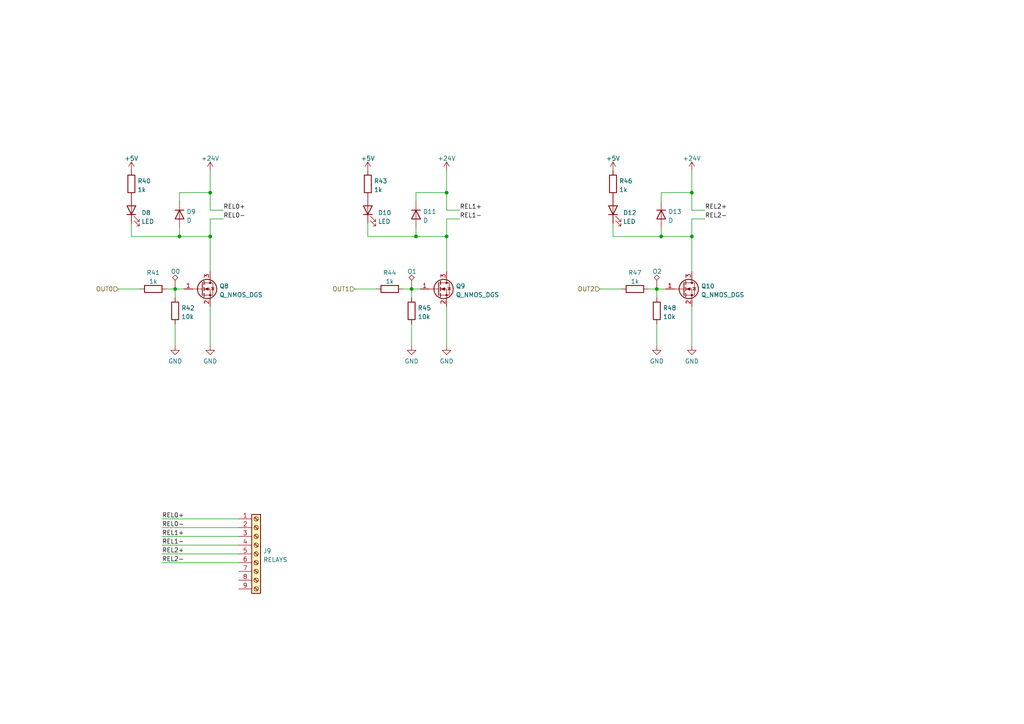
<source format=kicad_sch>
(kicad_sch (version 20211123) (generator eeschema)
  (paper "A4")
  (title_block (title "FloatPUMP Schematics") (date "2022-11-11") (rev "1.0") (company "robtor.de") (comment 1 "Controller board for up to 3 water pumps") (comment 2 "measuring capabilities with piezoresistive pressure sensors") (comment 3 "sensor input Range 4mA-20mA"))
  (lib_symbols
    (symbol "Connector:Screw_Terminal_01x09" (pin_names (offset 1.016) hide)
      (property "Reference" "J" (at 0 12.7 0))
      (property "Value" "Screw_Terminal_01x09" (at 0 -12.7 0))
      (symbol "Screw_Terminal_01x09_1_1"
        (rectangle (start -1.27 11.43) (end 1.27 -11.43) (stroke (width 0.254)) (fill (type background)))
        (circle (center 0 -10.16) (radius 0.635) (stroke (width 0.1524)))
        (circle (center 0 -7.62) (radius 0.635) (stroke (width 0.1524)))
        (circle (center 0 -5.08) (radius 0.635) (stroke (width 0.1524)))
        (circle (center 0 -2.54) (radius 0.635) (stroke (width 0.1524)))
        (polyline (pts (xy -0.5334 -9.8298) (xy 0.3302 -10.668)) (stroke (width 0.1524)))
        (polyline (pts (xy -0.5334 -7.2898) (xy 0.3302 -8.128)) (stroke (width 0.1524)))
        (polyline (pts (xy -0.5334 -4.7498) (xy 0.3302 -5.588)) (stroke (width 0.1524)))
        (polyline (pts (xy -0.5334 -2.2098) (xy 0.3302 -3.048)) (stroke (width 0.1524)))
        (polyline (pts (xy -0.5334 0.3302) (xy 0.3302 -0.508)) (stroke (width 0.1524)))
        (polyline (pts (xy -0.5334 2.8702) (xy 0.3302 2.032)) (stroke (width 0.1524)))
        (polyline (pts (xy -0.5334 5.4102) (xy 0.3302 4.572)) (stroke (width 0.1524)))
        (polyline (pts (xy -0.5334 7.9502) (xy 0.3302 7.112)) (stroke (width 0.1524)))
        (polyline (pts (xy -0.5334 10.4902) (xy 0.3302 9.652)) (stroke (width 0.1524)))
        (polyline (pts (xy -0.3556 -9.652) (xy 0.508 -10.4902)) (stroke (width 0.1524)))
        (polyline (pts (xy -0.3556 -7.112) (xy 0.508 -7.9502)) (stroke (width 0.1524)))
        (polyline (pts (xy -0.3556 -4.572) (xy 0.508 -5.4102)) (stroke (width 0.1524)))
        (polyline (pts (xy -0.3556 -2.032) (xy 0.508 -2.8702)) (stroke (width 0.1524)))
        (polyline (pts (xy -0.3556 0.508) (xy 0.508 -0.3302)) (stroke (width 0.1524)))
        (polyline (pts (xy -0.3556 3.048) (xy 0.508 2.2098)) (stroke (width 0.1524)))
        (polyline (pts (xy -0.3556 5.588) (xy 0.508 4.7498)) (stroke (width 0.1524)))
        (polyline (pts (xy -0.3556 8.128) (xy 0.508 7.2898)) (stroke (width 0.1524)))
        (polyline (pts (xy -0.3556 10.668) (xy 0.508 9.8298)) (stroke (width 0.1524)))
        (circle (center 0 0) (radius 0.635) (stroke (width 0.1524)))
        (circle (center 0 2.54) (radius 0.635) (stroke (width 0.1524)))
        (circle (center 0 5.08) (radius 0.635) (stroke (width 0.1524)))
        (circle (center 0 7.62) (radius 0.635) (stroke (width 0.1524)))
        (circle (center 0 10.16) (radius 0.635) (stroke (width 0.1524)))
        (pin passive line (at -5.08 10.16 0) (length 3.81) (name "Pin_1") (number "1"))
        (pin passive line (at -5.08 7.62 0) (length 3.81) (name "Pin_2") (number "2"))
        (pin passive line (at -5.08 5.08 0) (length 3.81) (name "Pin_3") (number "3"))
        (pin passive line (at -5.08 2.54 0) (length 3.81) (name "Pin_4") (number "4"))
        (pin passive line (at -5.08 0 0) (length 3.81) (name "Pin_5") (number "5"))
        (pin passive line (at -5.08 -2.54 0) (length 3.81) (name "Pin_6") (number "6"))
        (pin passive line (at -5.08 -5.08 0) (length 3.81) (name "Pin_7") (number "7"))
        (pin passive line (at -5.08 -7.62 0) (length 3.81) (name "Pin_8") (number "8"))
        (pin passive line (at -5.08 -10.16 0) (length 3.81) (name "Pin_9") (number "9"))
      )
    )
    (symbol "Connector:TestPoint_Alt" (pin_numbers hide) (pin_names (offset 0.762) hide)
      (property "Reference" "TP" (at 0 6.858 0))
      (property "Value" "TestPoint_Alt" (at 0 5.08 0))
      (symbol "TestPoint_Alt_0_1"
        (polyline (pts (xy 0 2.54) (xy -0.762 3.302) (xy 0 4.064) (xy 0.762 3.302) (xy 0 2.54)))
      )
      (symbol "TestPoint_Alt_1_1"
        (pin passive line (at 0 0 90) (length 2.54) (name "1") (number "1"))
      )
    )
    (symbol "Device:D" (pin_numbers hide) (pin_names (offset 1.016) hide)
      (property "Reference" "D" (at 0 2.54 0))
      (property "Value" "D" (at 0 -2.54 0))
      (symbol "D_0_1"
        (polyline (pts (xy -1.27 1.27) (xy -1.27 -1.27)) (stroke (width 0.254)))
        (polyline (pts (xy 1.27 0) (xy -1.27 0)))
        (polyline (pts (xy 1.27 1.27) (xy 1.27 -1.27) (xy -1.27 0) (xy 1.27 1.27)) (stroke (width 0.254)))
      )
      (symbol "D_1_1"
        (pin passive line (at -3.81 0 0) (length 2.54) (name "K") (number "1"))
        (pin passive line (at 3.81 0 180) (length 2.54) (name "A") (number "2"))
      )
    )
    (symbol "Device:LED" (pin_numbers hide) (pin_names (offset 1.016) hide)
      (property "Reference" "D" (at 0 2.54 0))
      (property "Value" "LED" (at 0 -2.54 0))
      (symbol "LED_0_1"
        (polyline (pts (xy -1.27 -1.27) (xy -1.27 1.27)) (stroke (width 0.254)))
        (polyline (pts (xy -1.27 0) (xy 1.27 0)))
        (polyline (pts (xy 1.27 -1.27) (xy 1.27 1.27) (xy -1.27 0) (xy 1.27 -1.27)) (stroke (width 0.254)))
        (polyline (pts (xy -3.048 -0.762) (xy -4.572 -2.286) (xy -3.81 -2.286) (xy -4.572 -2.286) (xy -4.572 -1.524)))
        (polyline (pts (xy -1.778 -0.762) (xy -3.302 -2.286) (xy -2.54 -2.286) (xy -3.302 -2.286) (xy -3.302 -1.524)))
      )
      (symbol "LED_1_1"
        (pin passive line (at -3.81 0 0) (length 2.54) (name "K") (number "1"))
        (pin passive line (at 3.81 0 180) (length 2.54) (name "A") (number "2"))
      )
    )
    (symbol "Device:Q_NMOS_GSD" (pin_names (offset 0) hide)
      (property "Reference" "Q" (at 5.08 1.27 0))
      (property "Value" "Q_NMOS_GSD" (at 5.08 -1.27 0))
      (symbol "Q_NMOS_GSD_0_1"
        (polyline (pts (xy 0.254 0) (xy -2.54 0)))
        (polyline (pts (xy 0.254 1.905) (xy 0.254 -1.905)) (stroke (width 0.254)))
        (polyline (pts (xy 0.762 -1.27) (xy 0.762 -2.286)) (stroke (width 0.254)))
        (polyline (pts (xy 0.762 0.508) (xy 0.762 -0.508)) (stroke (width 0.254)))
        (polyline (pts (xy 0.762 2.286) (xy 0.762 1.27)) (stroke (width 0.254)))
        (polyline (pts (xy 2.54 2.54) (xy 2.54 1.778)))
        (polyline (pts (xy 2.54 -2.54) (xy 2.54 0) (xy 0.762 0)))
        (polyline (pts (xy 0.762 -1.778) (xy 3.302 -1.778) (xy 3.302 1.778) (xy 0.762 1.778)))
        (polyline (pts (xy 1.016 0) (xy 2.032 0.381) (xy 2.032 -0.381) (xy 1.016 0)) (fill (type outline)))
        (polyline (pts (xy 2.794 0.508) (xy 2.921 0.381) (xy 3.683 0.381) (xy 3.81 0.254)))
        (polyline (pts (xy 3.302 0.381) (xy 2.921 -0.254) (xy 3.683 -0.254) (xy 3.302 0.381)))
        (circle (center 1.651 0) (radius 2.794) (stroke (width 0.254)))
        (circle (center 2.54 -1.778) (radius 0.254) (fill (type outline)))
        (circle (center 2.54 1.778) (radius 0.254) (fill (type outline)))
      )
      (symbol "Q_NMOS_GSD_1_1"
        (pin input line (at -5.08 0 0) (length 2.54) (name "G") (number "1"))
        (pin passive line (at 2.54 -5.08 90) (length 2.54) (name "S") (number "2"))
        (pin passive line (at 2.54 5.08 270) (length 2.54) (name "D") (number "3"))
      )
    )
    (symbol "Device:R" (pin_numbers hide) (pin_names (offset 0))
      (property "Reference" "R" (at 2.032 0 90))
      (property "Value" "R" (at 0 0 90))
      (symbol "R_0_1"
        (rectangle (start -1.016 -2.54) (end 1.016 2.54) (stroke (width 0.254)))
      )
      (symbol "R_1_1"
        (pin passive line (at 0 3.81 270) (length 1.27) (name "~") (number "1"))
        (pin passive line (at 0 -3.81 90) (length 1.27) (name "~") (number "2"))
      )
    )
    (symbol "power:+24V" (power) (pin_names (offset 0))
      (property "Value" "+24V" (at 0 3.556 0))
      (symbol "+24V_0_1"
        (polyline (pts (xy -0.762 1.27) (xy 0 2.54)))
        (polyline (pts (xy 0 0) (xy 0 2.54)))
        (polyline (pts (xy 0 2.54) (xy 0.762 1.27)))
      )
      (symbol "+24V_1_1"
        (pin power_in line (at 0 0 90) (length 0) hide (name "+24V") (number "1"))
      )
    )
    (symbol "power:+5V" (power) (pin_names (offset 0))
      (property "Value" "+5V" (at 0 3.556 0))
      (symbol "+5V_0_1"
        (polyline (pts (xy -0.762 1.27) (xy 0 2.54)))
        (polyline (pts (xy 0 0) (xy 0 2.54)))
        (polyline (pts (xy 0 2.54) (xy 0.762 1.27)))
      )
      (symbol "+5V_1_1"
        (pin power_in line (at 0 0 90) (length 0) hide (name "+5V") (number "1"))
      )
    )
    (symbol "power:GND" (power) (pin_names (offset 0))
      (property "Value" "GND" (at 0 -3.81 0))
      (symbol "GND_0_1"
        (polyline (pts (xy 0 0) (xy 0 -1.27) (xy 1.27 -1.27) (xy 0 -2.54) (xy -1.27 -1.27) (xy 0 -1.27)))
      )
      (symbol "GND_1_1"
        (pin power_in line (at 0 0 270) (length 0) hide (name "GND") (number "1"))
      )
    )
  )
  (junction (at 52.07 68.58))
  (junction (at 120.65 68.58))
  (junction (at 60.96 68.58))
  (junction (at 129.54 68.58))
  (junction (at 119.38 83.82))
  (junction (at 50.8 83.82))
  (junction (at 60.96 55.88))
  (junction (at 191.77 68.58))
  (junction (at 129.54 55.88))
  (junction (at 190.5 83.82))
  (junction (at 200.66 68.58))
  (junction (at 200.66 55.88))
  (wire (pts (xy 191.77 58.42) (xy 191.77 55.88)))
  (wire (pts (xy 60.96 68.58) (xy 60.96 78.74)))
  (wire (pts (xy 173.99 83.82) (xy 180.34 83.82)))
  (wire (pts (xy 190.5 83.82) (xy 193.04 83.82)))
  (wire (pts (xy 50.8 83.82) (xy 50.8 86.36)))
  (wire (pts (xy 200.66 88.9) (xy 200.66 100.33)))
  (wire (pts (xy 200.66 68.58) (xy 200.66 78.74)))
  (wire (pts (xy 129.54 49.53) (xy 129.54 55.88)))
  (wire (pts (xy 102.87 83.82) (xy 109.22 83.82)))
  (wire (pts (xy 60.96 55.88) (xy 60.96 60.96)))
  (wire (pts (xy 191.77 68.58) (xy 200.66 68.58)))
  (wire (pts (xy 52.07 68.58) (xy 38.1 68.58)))
  (wire (pts (xy 187.96 83.82) (xy 190.5 83.82)))
  (wire (pts (xy 190.5 83.82) (xy 190.5 86.36)))
  (wire (pts (xy 120.65 55.88) (xy 129.54 55.88)))
  (wire (pts (xy 46.99 160.655) (xy 69.215 160.655)))
  (wire (pts (xy 120.65 68.58) (xy 129.54 68.58)))
  (wire (pts (xy 200.66 55.88) (xy 200.66 60.96)))
  (wire (pts (xy 191.77 55.88) (xy 200.66 55.88)))
  (wire (pts (xy 177.8 64.77) (xy 177.8 68.58)))
  (wire (pts (xy 129.54 60.96) (xy 133.35 60.96)))
  (wire (pts (xy 50.8 83.82) (xy 53.34 83.82)))
  (wire (pts (xy 116.84 83.82) (xy 119.38 83.82)))
  (wire (pts (xy 50.8 93.98) (xy 50.8 100.33)))
  (wire (pts (xy 133.35 63.5) (xy 129.54 63.5)))
  (wire (pts (xy 46.99 158.115) (xy 69.215 158.115)))
  (wire (pts (xy 60.96 88.9) (xy 60.96 100.33)))
  (wire (pts (xy 106.68 64.77) (xy 106.68 68.58)))
  (wire (pts (xy 52.07 55.88) (xy 60.96 55.88)))
  (wire (pts (xy 46.99 155.575) (xy 69.215 155.575)))
  (wire (pts (xy 60.96 63.5) (xy 60.96 68.58)))
  (wire (pts (xy 34.29 83.82) (xy 40.64 83.82)))
  (wire (pts (xy 119.38 93.98) (xy 119.38 100.33)))
  (wire (pts (xy 52.07 66.04) (xy 52.07 68.58)))
  (wire (pts (xy 119.38 83.82) (xy 121.92 83.82)))
  (wire (pts (xy 120.65 66.04) (xy 120.65 68.58)))
  (wire (pts (xy 52.07 58.42) (xy 52.07 55.88)))
  (wire (pts (xy 191.77 68.58) (xy 177.8 68.58)))
  (wire (pts (xy 46.99 163.195) (xy 69.215 163.195)))
  (wire (pts (xy 129.54 88.9) (xy 129.54 100.33)))
  (wire (pts (xy 46.99 153.035) (xy 69.215 153.035)))
  (wire (pts (xy 52.07 68.58) (xy 60.96 68.58)))
  (wire (pts (xy 60.96 60.96) (xy 64.77 60.96)))
  (wire (pts (xy 64.77 63.5) (xy 60.96 63.5)))
  (wire (pts (xy 190.5 93.98) (xy 190.5 100.33)))
  (wire (pts (xy 120.65 58.42) (xy 120.65 55.88)))
  (wire (pts (xy 46.99 150.495) (xy 69.215 150.495)))
  (wire (pts (xy 119.38 83.82) (xy 119.38 86.36)))
  (wire (pts (xy 204.47 63.5) (xy 200.66 63.5)))
  (wire (pts (xy 129.54 68.58) (xy 129.54 78.74)))
  (wire (pts (xy 129.54 63.5) (xy 129.54 68.58)))
  (wire (pts (xy 200.66 49.53) (xy 200.66 55.88)))
  (wire (pts (xy 120.65 68.58) (xy 106.68 68.58)))
  (wire (pts (xy 129.54 55.88) (xy 129.54 60.96)))
  (wire (pts (xy 200.66 63.5) (xy 200.66 68.58)))
  (wire (pts (xy 38.1 64.77) (xy 38.1 68.58)))
  (wire (pts (xy 191.77 66.04) (xy 191.77 68.58)))
  (wire (pts (xy 48.26 83.82) (xy 50.8 83.82)))
  (wire (pts (xy 200.66 60.96) (xy 204.47 60.96)))
  (wire (pts (xy 60.96 49.53) (xy 60.96 55.88)))
  (label "REL1+" (at 46.99 155.575 0))
  (label "REL0+" (at 64.77 60.96 0))
  (label "REL2+" (at 204.47 60.96 0))
  (label "REL1-" (at 133.35 63.5 0))
  (label "REL2-" (at 204.47 63.5 0))
  (label "REL2-" (at 46.99 163.195 0))
  (label "REL1-" (at 46.99 158.115 0))
  (label "REL0-" (at 46.99 153.035 0))
  (label "REL0+" (at 46.99 150.495 0))
  (label "REL0-" (at 64.77 63.5 0))
  (label "REL1+" (at 133.35 60.96 0))
  (label "REL2+" (at 46.99 160.655 0))
  (hierarchical_label "OUT1" (shape input) (at 102.87 83.82 180))
  (hierarchical_label "OUT2" (shape input) (at 173.99 83.82 180))
  (hierarchical_label "OUT0" (shape input) (at 34.29 83.82 180))
  (symbol (lib_id "power:+24V") (at 129.54 49.53 0) (unit 1)
    (property "Reference" "#PWR064" (effects hide))
    (property "Value" "+24V" (at 129.54 45.9542 0))
  )
  (symbol (lib_id "power:GND") (at 200.66 100.33 0) (unit 1)
    (property "Reference" "#PWR069" (effects hide))
    (property "Value" "GND" (at 200.66 104.7734 0))
  )
  (symbol (lib_id "power:GND") (at 119.38 100.33 0) (unit 1)
    (property "Reference" "#PWR063" (effects hide))
    (property "Value" "GND" (at 119.38 104.7734 0))
  )
  (symbol (lib_id "Connector:TestPoint_Alt") (at 119.38 83.82 0) (unit 1)
    (property "Reference" "TP17" (effects hide))
    (property "Value" "O1" (at 118.11 78.74 0) (effects (justify left)))
    (property "Footprint" "TestPoint:TestPoint_Pad_D1.0mm" (effects hide))
  )
  (symbol (lib_id "power:+5V") (at 177.8 49.53 0) (unit 1)
    (property "Reference" "#PWR066" (effects hide))
    (property "Value" "+5V" (at 177.8 45.9542 0))
  )
  (symbol (lib_id "Device:R") (at 113.03 83.82 90) (unit 1)
    (property "Reference" "R44" (at 113.03 79.1042 90))
    (property "Value" "1k" (at 113.03 81.6411 90))
    (property "Footprint" "Resistor_SMD:R_0603_1608Metric" (effects hide))
    (property "JLCPCB" "C328340" (effects hide))
  )
  (symbol (lib_id "Device:D") (at 191.77 62.23 270) (unit 1)
    (property "Reference" "D13" (at 193.802 61.3953 90) (effects (justify left)))
    (property "Value" "D" (at 193.802 63.9322 90) (effects (justify left)))
    (property "Footprint" "Diode_SMD:D_SMA" (effects hide))
    (property "Datasheet" "https://datasheet.lcsc.com/lcsc/2109061630_YONGYUTAI-1N4001_C2892670.pdf" (effects hide))
    (property "JLCPCB" "C2892670" (effects hide))
  )
  (symbol (lib_id "Device:D") (at 52.07 62.23 270) (unit 1)
    (property "Reference" "D9" (at 54.102 61.3953 90) (effects (justify left)))
    (property "Value" "D" (at 54.102 63.9322 90) (effects (justify left)))
    (property "Footprint" "Diode_SMD:D_SMA" (effects hide))
    (property "Datasheet" "https://datasheet.lcsc.com/lcsc/2109061630_YONGYUTAI-1N4001_C2892670.pdf" (effects hide))
    (property "JLCPCB" "C2892670" (effects hide))
  )
  (symbol (lib_id "Connector:TestPoint_Alt") (at 190.5 83.82 0) (unit 1)
    (property "Reference" "TP18" (effects hide))
    (property "Value" "O2" (at 189.23 78.74 0) (effects (justify left)))
    (property "Footprint" "TestPoint:TestPoint_Pad_D1.0mm" (effects hide))
  )
  (symbol (lib_id "Device:R") (at 184.15 83.82 90) (unit 1)
    (property "Reference" "R47" (at 184.15 79.1042 90))
    (property "Value" "1k" (at 184.15 81.6411 90))
    (property "Footprint" "Resistor_SMD:R_0603_1608Metric" (effects hide))
    (property "JLCPCB" "C328340" (effects hide))
  )
  (symbol (lib_id "Connector:Screw_Terminal_01x09") (at 74.295 160.655 0) (unit 1)
    (property "Reference" "J9" (at 76.327 159.8203 0) (effects (justify left)))
    (property "Value" "RELAYS" (at 76.327 162.3572 0) (effects (justify left)))
    (property "Footprint" "TerminalBlock_Phoenix:TerminalBlock_Phoenix_MKDS-3-9-5.08_1x09_P5.08mm_Horizontal" (effects hide))
  )
  (symbol (lib_id "power:+5V") (at 106.68 49.53 0) (unit 1)
    (property "Reference" "#PWR062" (effects hide))
    (property "Value" "+5V" (at 106.68 45.9542 0))
  )
  (symbol (lib_id "power:+24V") (at 60.96 49.53 0) (unit 1)
    (property "Reference" "#PWR060" (effects hide))
    (property "Value" "+24V" (at 60.96 45.9542 0))
  )
  (symbol (lib_id "Device:D") (at 120.65 62.23 270) (unit 1)
    (property "Reference" "D11" (at 122.682 61.3953 90) (effects (justify left)))
    (property "Value" "D" (at 122.682 63.9322 90) (effects (justify left)))
    (property "Footprint" "Diode_SMD:D_SMA" (effects hide))
    (property "Datasheet" "https://datasheet.lcsc.com/lcsc/2109061630_YONGYUTAI-1N4001_C2892670.pdf" (effects hide))
    (property "JLCPCB" "C2892670" (effects hide))
  )
  (symbol (lib_id "Device:Q_NMOS_GSD") (at 198.12 83.82 0) (unit 1)
    (property "Reference" "Q10" (at 203.327 82.9853 0) (effects (justify left)))
    (property "Value" "Q_NMOS_DGS" (at 203.327 85.5222 0) (effects (justify left)))
    (property "Footprint" "Package_TO_SOT_SMD:SOT-23" (effects hide))
    (property "Datasheet" "https://datasheet.lcsc.com/lcsc/1810271831_TOSHIBA-T2N7002BK-LM_C146372.pdf" (effects hide))
    (property "JLCPCB" "C146372" (effects hide))
  )
  (symbol (lib_id "Connector:TestPoint_Alt") (at 50.8 83.82 0) (unit 1)
    (property "Reference" "TP16" (effects hide))
    (property "Value" "O0" (at 49.53 78.74 0) (effects (justify left)))
    (property "Footprint" "TestPoint:TestPoint_Pad_D1.0mm" (effects hide))
  )
  (symbol (lib_id "Device:LED") (at 106.68 60.96 90) (unit 1)
    (property "Reference" "D10" (at 109.601 61.7128 90) (effects (justify right)))
    (property "Value" "LED" (at 109.601 64.2497 90) (effects (justify right)))
    (property "Footprint" "LED_SMD:LED_0805_2012Metric" (effects hide))
  )
  (symbol (lib_id "power:GND") (at 60.96 100.33 0) (unit 1)
    (property "Reference" "#PWR061" (effects hide))
    (property "Value" "GND" (at 60.96 104.7734 0))
  )
  (symbol (lib_id "Device:LED") (at 177.8 60.96 90) (unit 1)
    (property "Reference" "D12" (at 180.721 61.7128 90) (effects (justify right)))
    (property "Value" "LED" (at 180.721 64.2497 90) (effects (justify right)))
    (property "Footprint" "LED_SMD:LED_0805_2012Metric" (effects hide))
  )
  (symbol (lib_id "Device:R") (at 106.68 53.34 180) (unit 1)
    (property "Reference" "R43" (at 108.458 52.5053 0) (effects (justify right)))
    (property "Value" "1k" (at 108.458 55.0422 0) (effects (justify right)))
    (property "Footprint" "Resistor_SMD:R_0603_1608Metric" (effects hide))
    (property "JLCPCB" "C328340" (effects hide))
  )
  (symbol (lib_id "power:GND") (at 129.54 100.33 0) (unit 1)
    (property "Reference" "#PWR065" (effects hide))
    (property "Value" "GND" (at 129.54 104.7734 0))
  )
  (symbol (lib_id "Device:LED") (at 38.1 60.96 90) (unit 1)
    (property "Reference" "D8" (at 41.021 61.7128 90) (effects (justify right)))
    (property "Value" "LED" (at 41.021 64.2497 90) (effects (justify right)))
    (property "Footprint" "LED_SMD:LED_0805_2012Metric" (effects hide))
  )
  (symbol (lib_id "Device:Q_NMOS_GSD") (at 58.42 83.82 0) (unit 1)
    (property "Reference" "Q8" (at 63.627 82.9853 0) (effects (justify left)))
    (property "Value" "Q_NMOS_DGS" (at 63.627 85.5222 0) (effects (justify left)))
    (property "Footprint" "Package_TO_SOT_SMD:SOT-23" (effects hide))
    (property "Datasheet" "https://datasheet.lcsc.com/lcsc/1810271831_TOSHIBA-T2N7002BK-LM_C146372.pdf" (effects hide))
    (property "JLCPCB" "C146372" (effects hide))
  )
  (symbol (lib_id "power:GND") (at 50.8 100.33 0) (unit 1)
    (property "Reference" "#PWR059" (effects hide))
    (property "Value" "GND" (at 50.8 104.7734 0))
  )
  (symbol (lib_id "Device:R") (at 38.1 53.34 180) (unit 1)
    (property "Reference" "R40" (at 39.878 52.5053 0) (effects (justify right)))
    (property "Value" "1k" (at 39.878 55.0422 0) (effects (justify right)))
    (property "Footprint" "Resistor_SMD:R_0603_1608Metric" (effects hide))
    (property "JLCPCB" "C328340" (effects hide))
  )
  (symbol (lib_id "Device:Q_NMOS_GSD") (at 127 83.82 0) (unit 1)
    (property "Reference" "Q9" (at 132.207 82.9853 0) (effects (justify left)))
    (property "Value" "Q_NMOS_DGS" (at 132.207 85.5222 0) (effects (justify left)))
    (property "Footprint" "Package_TO_SOT_SMD:SOT-23" (effects hide))
    (property "Datasheet" "https://datasheet.lcsc.com/lcsc/1810271831_TOSHIBA-T2N7002BK-LM_C146372.pdf" (effects hide))
    (property "JLCPCB" "C146372" (effects hide))
  )
  (symbol (lib_id "power:+5V") (at 38.1 49.53 0) (unit 1)
    (property "Reference" "#PWR058" (effects hide))
    (property "Value" "+5V" (at 38.1 45.9542 0))
  )
  (symbol (lib_id "Device:R") (at 50.8 90.17 0) (unit 1)
    (property "Reference" "R42" (at 52.578 89.3353 0) (effects (justify left)))
    (property "Value" "10k" (at 52.578 91.8722 0) (effects (justify left)))
    (property "Footprint" "Resistor_SMD:R_0603_1608Metric" (effects hide))
    (property "JLCPCB" "C238881" (effects hide))
  )
  (symbol (lib_id "Device:R") (at 119.38 90.17 0) (unit 1)
    (property "Reference" "R45" (at 121.158 89.3353 0) (effects (justify left)))
    (property "Value" "10k" (at 121.158 91.8722 0) (effects (justify left)))
    (property "Footprint" "Resistor_SMD:R_0603_1608Metric" (effects hide))
    (property "JLCPCB" "C238881" (effects hide))
  )
  (symbol (lib_id "power:+24V") (at 200.66 49.53 0) (unit 1)
    (property "Reference" "#PWR068" (effects hide))
    (property "Value" "+24V" (at 200.66 45.9542 0))
  )
  (symbol (lib_id "Device:R") (at 190.5 90.17 0) (unit 1)
    (property "Reference" "R48" (at 192.278 89.3353 0) (effects (justify left)))
    (property "Value" "10k" (at 192.278 91.8722 0) (effects (justify left)))
    (property "Footprint" "Resistor_SMD:R_0603_1608Metric" (effects hide))
    (property "JLCPCB" "C238881" (effects hide))
  )
  (symbol (lib_id "power:GND") (at 190.5 100.33 0) (unit 1)
    (property "Reference" "#PWR067" (effects hide))
    (property "Value" "GND" (at 190.5 104.7734 0))
  )
  (symbol (lib_id "Device:R") (at 44.45 83.82 90) (unit 1)
    (property "Reference" "R41" (at 44.45 79.1042 90))
    (property "Value" "1k" (at 44.45 81.6411 90))
    (property "Footprint" "Resistor_SMD:R_0603_1608Metric" (effects hide))
    (property "JLCPCB" "C328340" (effects hide))
  )
  (symbol (lib_id "Device:R") (at 177.8 53.34 180) (unit 1)
    (property "Reference" "R46" (at 179.578 52.5053 0) (effects (justify right)))
    (property "Value" "1k" (at 179.578 55.0422 0) (effects (justify right)))
    (property "Footprint" "Resistor_SMD:R_0603_1608Metric" (effects hide))
    (property "JLCPCB" "C328340" (effects hide))
  )
)
</source>
